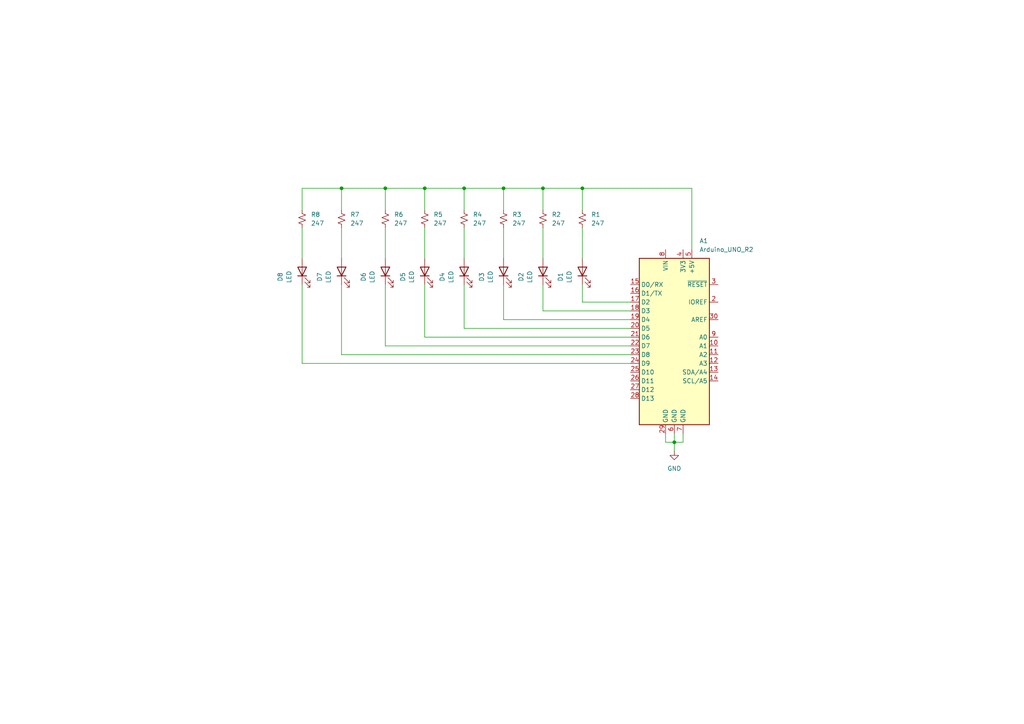
<source format=kicad_sch>
(kicad_sch (version 20230121) (generator eeschema)
  (paper "A4")
  (title_block (title "Arduino_Uno_Shield") (date "2024-01-19") (rev "1") (company "HCMUT") (comment 1 "Huynh Le Phi Long") (comment 2 "2151111"))
  (lib_symbols
    (symbol "Device:LED" (pin_numbers hide) (pin_names (offset 1.016) hide)
      (property "Reference" "D" (at 0 2.54 0))
      (property "Value" "LED" (at 0 -2.54 0))
      (symbol "LED_0_1"
        (polyline (pts (xy -1.27 -1.27) (xy -1.27 1.27)) (stroke (width 0.254)))
        (polyline (pts (xy -1.27 0) (xy 1.27 0)))
        (polyline (pts (xy 1.27 -1.27) (xy 1.27 1.27) (xy -1.27 0) (xy 1.27 -1.27)) (stroke (width 0.254)))
        (polyline (pts (xy -3.048 -0.762) (xy -4.572 -2.286) (xy -3.81 -2.286) (xy -4.572 -2.286) (xy -4.572 -1.524)))
        (polyline (pts (xy -1.778 -0.762) (xy -3.302 -2.286) (xy -2.54 -2.286) (xy -3.302 -2.286) (xy -3.302 -1.524)))
      )
      (symbol "LED_1_1"
        (pin passive line (at -3.81 0 0) (length 2.54) (name "K") (number "1"))
        (pin passive line (at 3.81 0 180) (length 2.54) (name "A") (number "2"))
      )
    )
    (symbol "Device:R_Small_US" (pin_numbers hide) (pin_names (offset 0.254) hide)
      (property "Reference" "R" (at 0.762 0.508 0))
      (property "Value" "R_Small_US" (at 0.762 -1.016 0))
      (symbol "R_Small_US_1_1"
        (polyline (pts (xy 0 0) (xy 1.016 -0.381) (xy 0 -0.762) (xy -1.016 -1.143) (xy 0 -1.524)))
        (polyline (pts (xy 0 1.524) (xy 1.016 1.143) (xy 0 0.762) (xy -1.016 0.381) (xy 0 0)))
        (pin passive line (at 0 2.54 270) (length 1.016) (name "~") (number "1"))
        (pin passive line (at 0 -2.54 90) (length 1.016) (name "~") (number "2"))
      )
    )
    (symbol "MCU_Module:Arduino_UNO_R2"
      (property "Reference" "A" (at -10.16 23.495 0))
      (property "Value" "Arduino_UNO_R2" (at 5.08 -26.67 0))
      (symbol "Arduino_UNO_R2_0_1"
        (rectangle (start -10.16 22.86) (end 10.16 -25.4) (stroke (width 0.254)) (fill (type background)))
      )
      (symbol "Arduino_UNO_R2_1_1"
        (pin no_connect line (at -10.16 -20.32 0) (length 2.54) hide (name "NC") (number "1"))
        (pin bidirectional line (at 12.7 -2.54 180) (length 2.54) (name "A1") (number "10"))
        (pin bidirectional line (at 12.7 -5.08 180) (length 2.54) (name "A2") (number "11"))
        (pin bidirectional line (at 12.7 -7.62 180) (length 2.54) (name "A3") (number "12"))
        (pin bidirectional line (at 12.7 -10.16 180) (length 2.54) (name "SDA/A4") (number "13"))
        (pin bidirectional line (at 12.7 -12.7 180) (length 2.54) (name "SCL/A5") (number "14"))
        (pin bidirectional line (at -12.7 15.24 0) (length 2.54) (name "D0/RX") (number "15"))
        (pin bidirectional line (at -12.7 12.7 0) (length 2.54) (name "D1/TX") (number "16"))
        (pin bidirectional line (at -12.7 10.16 0) (length 2.54) (name "D2") (number "17"))
        (pin bidirectional line (at -12.7 7.62 0) (length 2.54) (name "D3") (number "18"))
        (pin bidirectional line (at -12.7 5.08 0) (length 2.54) (name "D4") (number "19"))
        (pin output line (at 12.7 10.16 180) (length 2.54) (name "IOREF") (number "2"))
        (pin bidirectional line (at -12.7 2.54 0) (length 2.54) (name "D5") (number "20"))
        (pin bidirectional line (at -12.7 0 0) (length 2.54) (name "D6") (number "21"))
        (pin bidirectional line (at -12.7 -2.54 0) (length 2.54) (name "D7") (number "22"))
        (pin bidirectional line (at -12.7 -5.08 0) (length 2.54) (name "D8") (number "23"))
        (pin bidirectional line (at -12.7 -7.62 0) (length 2.54) (name "D9") (number "24"))
        (pin bidirectional line (at -12.7 -10.16 0) (length 2.54) (name "D10") (number "25"))
        (pin bidirectional line (at -12.7 -12.7 0) (length 2.54) (name "D11") (number "26"))
        (pin bidirectional line (at -12.7 -15.24 0) (length 2.54) (name "D12") (number "27"))
        (pin bidirectional line (at -12.7 -17.78 0) (length 2.54) (name "D13") (number "28"))
        (pin power_in line (at -2.54 -27.94 90) (length 2.54) (name "GND") (number "29"))
        (pin input line (at 12.7 15.24 180) (length 2.54) (name "~{RESET}") (number "3"))
        (pin input line (at 12.7 5.08 180) (length 2.54) (name "AREF") (number "30"))
        (pin power_out line (at 2.54 25.4 270) (length 2.54) (name "3V3") (number "4"))
        (pin power_out line (at 5.08 25.4 270) (length 2.54) (name "+5V") (number "5"))
        (pin power_in line (at 0 -27.94 90) (length 2.54) (name "GND") (number "6"))
        (pin power_in line (at 2.54 -27.94 90) (length 2.54) (name "GND") (number "7"))
        (pin power_in line (at -2.54 25.4 270) (length 2.54) (name "VIN") (number "8"))
        (pin bidirectional line (at 12.7 0 180) (length 2.54) (name "A0") (number "9"))
      )
    )
    (symbol "power:GND" (power) (pin_names (offset 0))
      (property "Value" "GND" (at 0 -3.81 0))
      (symbol "GND_0_1"
        (polyline (pts (xy 0 0) (xy 0 -1.27) (xy 1.27 -1.27) (xy 0 -2.54) (xy -1.27 -1.27) (xy 0 -1.27)))
      )
      (symbol "GND_1_1"
        (pin power_in line (at 0 0 270) (length 0) hide (name "GND") (number "1"))
      )
    )
  )
  (junction (at 111.76 54.61))
  (junction (at 157.48 54.61))
  (junction (at 123.19 54.61))
  (junction (at 134.62 54.61))
  (junction (at 195.58 128.27))
  (junction (at 168.91 54.61))
  (junction (at 99.06 54.61))
  (junction (at 146.05 54.61))
  (wire (pts (xy 157.48 54.61) (xy 157.48 60.96)))
  (wire (pts (xy 182.88 92.71) (xy 146.05 92.71)))
  (wire (pts (xy 111.76 54.61) (xy 123.19 54.61)))
  (wire (pts (xy 146.05 54.61) (xy 146.05 60.96)))
  (wire (pts (xy 123.19 66.04) (xy 123.19 74.93)))
  (wire (pts (xy 198.12 128.27) (xy 195.58 128.27)))
  (wire (pts (xy 195.58 125.73) (xy 195.58 128.27)))
  (wire (pts (xy 134.62 66.04) (xy 134.62 74.93)))
  (wire (pts (xy 182.88 97.79) (xy 123.19 97.79)))
  (wire (pts (xy 123.19 54.61) (xy 134.62 54.61)))
  (wire (pts (xy 134.62 54.61) (xy 146.05 54.61)))
  (wire (pts (xy 99.06 102.87) (xy 99.06 82.55)))
  (wire (pts (xy 168.91 54.61) (xy 168.91 60.96)))
  (wire (pts (xy 182.88 95.25) (xy 134.62 95.25)))
  (wire (pts (xy 146.05 92.71) (xy 146.05 82.55)))
  (wire (pts (xy 157.48 66.04) (xy 157.48 74.93)))
  (wire (pts (xy 168.91 54.61) (xy 200.66 54.61)))
  (wire (pts (xy 182.88 100.33) (xy 111.76 100.33)))
  (wire (pts (xy 157.48 54.61) (xy 168.91 54.61)))
  (wire (pts (xy 123.19 60.96) (xy 123.19 54.61)))
  (wire (pts (xy 111.76 54.61) (xy 99.06 54.61)))
  (wire (pts (xy 87.63 66.04) (xy 87.63 74.93)))
  (wire (pts (xy 168.91 66.04) (xy 168.91 74.93)))
  (wire (pts (xy 99.06 66.04) (xy 99.06 74.93)))
  (wire (pts (xy 182.88 105.41) (xy 87.63 105.41)))
  (wire (pts (xy 182.88 90.17) (xy 157.48 90.17)))
  (wire (pts (xy 146.05 54.61) (xy 157.48 54.61)))
  (wire (pts (xy 134.62 54.61) (xy 134.62 60.96)))
  (wire (pts (xy 200.66 72.39) (xy 200.66 54.61)))
  (wire (pts (xy 99.06 54.61) (xy 87.63 54.61)))
  (wire (pts (xy 111.76 100.33) (xy 111.76 82.55)))
  (wire (pts (xy 111.76 66.04) (xy 111.76 74.93)))
  (wire (pts (xy 195.58 128.27) (xy 195.58 130.81)))
  (wire (pts (xy 182.88 102.87) (xy 99.06 102.87)))
  (wire (pts (xy 123.19 97.79) (xy 123.19 82.55)))
  (wire (pts (xy 87.63 105.41) (xy 87.63 82.55)))
  (wire (pts (xy 198.12 125.73) (xy 198.12 128.27)))
  (wire (pts (xy 99.06 54.61) (xy 99.06 60.96)))
  (wire (pts (xy 111.76 54.61) (xy 111.76 60.96)))
  (wire (pts (xy 134.62 95.25) (xy 134.62 82.55)))
  (wire (pts (xy 182.88 87.63) (xy 168.91 87.63)))
  (wire (pts (xy 193.04 128.27) (xy 195.58 128.27)))
  (wire (pts (xy 157.48 90.17) (xy 157.48 82.55)))
  (wire (pts (xy 87.63 54.61) (xy 87.63 60.96)))
  (wire (pts (xy 168.91 87.63) (xy 168.91 82.55)))
  (wire (pts (xy 146.05 66.04) (xy 146.05 74.93)))
  (wire (pts (xy 193.04 125.73) (xy 193.04 128.27)))
  (symbol (lib_id "Device:R_Small_US") (at 157.48 63.5 0) (unit 1)
    (property "Reference" "R2" (at 160.02 62.23 0) (effects (justify left)))
    (property "Value" "247" (at 160.02 64.77 0) (effects (justify left)))
    (property "Footprint" "Resistor_SMD:R_0603_1608Metric" (effects hide))
  )
  (symbol (lib_id "Device:R_Small_US") (at 111.76 63.5 0) (unit 1)
    (property "Reference" "R6" (at 114.3 62.23 0) (effects (justify left)))
    (property "Value" "247" (at 114.3 64.77 0) (effects (justify left)))
    (property "Footprint" "Resistor_SMD:R_0603_1608Metric" (effects hide))
  )
  (symbol (lib_id "power:GND") (at 195.58 130.81 0) (unit 1)
    (property "Reference" "#PWR01" (effects hide))
    (property "Value" "GND" (at 195.58 135.89 0))
  )
  (symbol (lib_id "Device:LED") (at 87.63 78.74 90) (unit 1)
    (property "Reference" "D8" (at 81.28 80.3275 0))
    (property "Value" "LED" (at 83.82 80.3275 0))
    (property "Footprint" "LED_SMD:LED_0805_2012Metric" (effects hide))
  )
  (symbol (lib_id "Device:R_Small_US") (at 123.19 63.5 0) (unit 1)
    (property "Reference" "R5" (at 125.73 62.23 0) (effects (justify left)))
    (property "Value" "247" (at 125.73 64.77 0) (effects (justify left)))
    (property "Footprint" "Resistor_SMD:R_0603_1608Metric" (effects hide))
  )
  (symbol (lib_id "Device:R_Small_US") (at 146.05 63.5 0) (unit 1)
    (property "Reference" "R3" (at 148.59 62.23 0) (effects (justify left)))
    (property "Value" "247" (at 148.59 64.77 0) (effects (justify left)))
    (property "Footprint" "Resistor_SMD:R_0603_1608Metric" (effects hide))
  )
  (symbol (lib_id "MCU_Module:Arduino_UNO_R2") (at 195.58 97.79 0) (unit 1)
    (property "Reference" "A1" (at 202.8541 69.85 0) (effects (justify left)))
    (property "Value" "Arduino_UNO_R2" (at 202.8541 72.39 0) (effects (justify left)))
    (property "Footprint" "Module:Arduino_UNO_R2" (effects hide))
    (property "Datasheet" "https://www.arduino.cc/en/Main/arduinoBoardUno" (effects hide))
  )
  (symbol (lib_id "Device:R_Small_US") (at 87.63 63.5 0) (unit 1)
    (property "Reference" "R8" (at 90.17 62.23 0) (effects (justify left)))
    (property "Value" "247" (at 90.17 64.77 0) (effects (justify left)))
    (property "Footprint" "Resistor_SMD:R_0603_1608Metric" (effects hide))
  )
  (symbol (lib_id "Device:LED") (at 157.48 78.74 90) (unit 1)
    (property "Reference" "D2" (at 151.13 80.3275 0))
    (property "Value" "LED" (at 153.67 80.3275 0))
    (property "Footprint" "LED_SMD:LED_0805_2012Metric" (effects hide))
  )
  (symbol (lib_id "Device:R_Small_US") (at 99.06 63.5 0) (unit 1)
    (property "Reference" "R7" (at 101.6 62.23 0) (effects (justify left)))
    (property "Value" "247" (at 101.6 64.77 0) (effects (justify left)))
    (property "Footprint" "Resistor_SMD:R_0603_1608Metric" (effects hide))
  )
  (symbol (lib_id "Device:LED") (at 134.62 78.74 90) (unit 1)
    (property "Reference" "D4" (at 128.27 80.3275 0))
    (property "Value" "LED" (at 130.81 80.3275 0))
    (property "Footprint" "LED_SMD:LED_0805_2012Metric" (effects hide))
  )
  (symbol (lib_id "Device:LED") (at 146.05 78.74 90) (unit 1)
    (property "Reference" "D3" (at 139.7 80.3275 0))
    (property "Value" "LED" (at 142.24 80.3275 0))
    (property "Footprint" "LED_SMD:LED_0805_2012Metric" (effects hide))
  )
  (symbol (lib_id "Device:LED") (at 99.06 78.74 90) (unit 1)
    (property "Reference" "D7" (at 92.71 80.3275 0))
    (property "Value" "LED" (at 95.25 80.3275 0))
    (property "Footprint" "LED_SMD:LED_0805_2012Metric" (effects hide))
  )
  (symbol (lib_id "Device:LED") (at 168.91 78.74 90) (unit 1)
    (property "Reference" "D1" (at 162.56 80.3275 0))
    (property "Value" "LED" (at 165.1 80.3275 0))
    (property "Footprint" "LED_SMD:LED_0805_2012Metric" (effects hide))
  )
  (symbol (lib_id "Device:R_Small_US") (at 134.62 63.5 0) (unit 1)
    (property "Reference" "R4" (at 137.16 62.23 0) (effects (justify left)))
    (property "Value" "247" (at 137.16 64.77 0) (effects (justify left)))
    (property "Footprint" "Resistor_SMD:R_0603_1608Metric" (effects hide))
  )
  (symbol (lib_id "Device:LED") (at 111.76 78.74 90) (unit 1)
    (property "Reference" "D6" (at 105.41 80.3275 0))
    (property "Value" "LED" (at 107.95 80.3275 0))
    (property "Footprint" "LED_SMD:LED_0805_2012Metric" (effects hide))
  )
  (symbol (lib_id "Device:R_Small_US") (at 168.91 63.5 0) (unit 1)
    (property "Reference" "R1" (at 171.45 62.23 0) (effects (justify left)))
    (property "Value" "247" (at 171.45 64.77 0) (effects (justify left)))
    (property "Footprint" "Resistor_SMD:R_0603_1608Metric" (effects hide))
  )
  (symbol (lib_id "Device:LED") (at 123.19 78.74 90) (unit 1)
    (property "Reference" "D5" (at 116.84 80.3275 0))
    (property "Value" "LED" (at 119.38 80.3275 0))
    (property "Footprint" "LED_SMD:LED_0805_2012Metric" (effects hide))
  )
)
</source>
